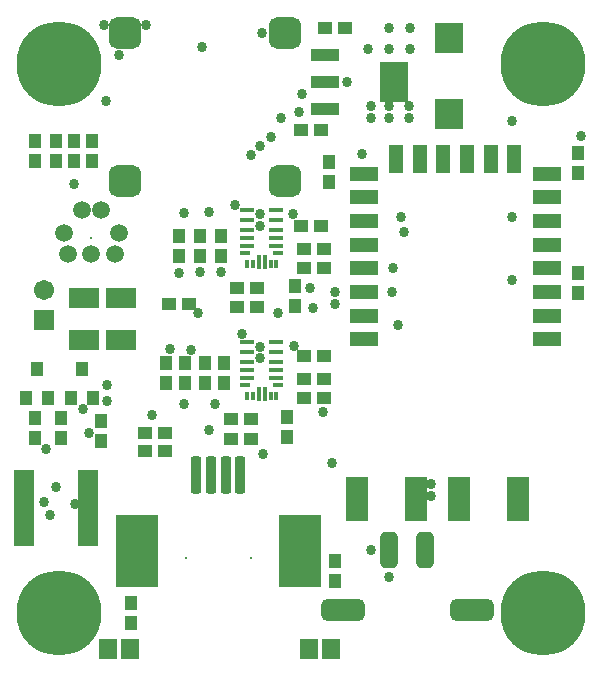
<source format=gts>
G04 Layer_Color=8388736*
%FSLAX25Y25*%
%MOIN*%
G70*
G01*
G75*
%ADD60R,0.14186X0.24422*%
G04:AMPARAMS|DCode=61|XSize=35.56mil|YSize=126.11mil|CornerRadius=10.89mil|HoleSize=0mil|Usage=FLASHONLY|Rotation=0.000|XOffset=0mil|YOffset=0mil|HoleType=Round|Shape=RoundedRectangle|*
%AMROUNDEDRECTD61*
21,1,0.03556,0.10433,0,0,0.0*
21,1,0.01378,0.12611,0,0,0.0*
1,1,0.02178,0.00689,-0.05216*
1,1,0.02178,-0.00689,-0.05216*
1,1,0.02178,-0.00689,0.05216*
1,1,0.02178,0.00689,0.05216*
%
%ADD61ROUNDEDRECTD61*%
%ADD62R,0.09461X0.10249*%
%ADD63R,0.04488X0.04882*%
%ADD64R,0.04882X0.04488*%
%ADD65R,0.07808X0.14579*%
%ADD66R,0.04343X0.04540*%
%ADD67R,0.04343X0.04540*%
%ADD68R,0.06509X0.02572*%
%ADD69R,0.09265X0.13398*%
%ADD70R,0.09265X0.04343*%
G04:AMPARAMS|DCode=71|XSize=145.79mil|YSize=72.96mil|CornerRadius=20.24mil|HoleSize=0mil|Usage=FLASHONLY|Rotation=0.000|XOffset=0mil|YOffset=0mil|HoleType=Round|Shape=RoundedRectangle|*
%AMROUNDEDRECTD71*
21,1,0.14579,0.03248,0,0,0.0*
21,1,0.10531,0.07296,0,0,0.0*
1,1,0.04048,0.05266,-0.01624*
1,1,0.04048,-0.05266,-0.01624*
1,1,0.04048,-0.05266,0.01624*
1,1,0.04048,0.05266,0.01624*
%
%ADD71ROUNDEDRECTD71*%
G04:AMPARAMS|DCode=72|XSize=58mil|YSize=122.96mil|CornerRadius=16.5mil|HoleSize=0mil|Usage=FLASHONLY|Rotation=0.000|XOffset=0mil|YOffset=0mil|HoleType=Round|Shape=RoundedRectangle|*
%AMROUNDEDRECTD72*
21,1,0.05800,0.08996,0,0,0.0*
21,1,0.02500,0.12296,0,0,0.0*
1,1,0.03300,0.01250,-0.04498*
1,1,0.03300,-0.01250,-0.04498*
1,1,0.03300,-0.01250,0.04498*
1,1,0.03300,0.01250,0.04498*
%
%ADD72ROUNDEDRECTD72*%
%ADD73R,0.04737X0.09658*%
%ADD74R,0.09658X0.04737*%
G04:AMPARAMS|DCode=75|XSize=106.42mil|YSize=106.42mil|CornerRadius=28.61mil|HoleSize=0mil|Usage=FLASHONLY|Rotation=90.000|XOffset=0mil|YOffset=0mil|HoleType=Round|Shape=RoundedRectangle|*
%AMROUNDEDRECTD75*
21,1,0.10642,0.04921,0,0,90.0*
21,1,0.04921,0.10642,0,0,90.0*
1,1,0.05721,0.02461,0.02461*
1,1,0.05721,0.02461,-0.02461*
1,1,0.05721,-0.02461,-0.02461*
1,1,0.05721,-0.02461,0.02461*
%
%ADD75ROUNDEDRECTD75*%
%ADD76R,0.01184X0.02956*%
%ADD77R,0.01184X0.04531*%
%ADD78R,0.04531X0.01184*%
%ADD79R,0.03350X0.01184*%
%ADD80R,0.05918X0.06706*%
%ADD81R,0.10446X0.06902*%
%ADD82C,0.00800*%
%ADD83C,0.05918*%
%ADD84C,0.28359*%
%ADD85R,0.06706X0.06706*%
%ADD86C,0.06706*%
%ADD87C,0.03400*%
D60*
X80244Y-162306D02*
D03*
X25756D02*
D03*
D61*
X50559Y-137031D02*
D03*
X55441D02*
D03*
X60362D02*
D03*
X45638D02*
D03*
D62*
X130000Y8598D02*
D03*
Y-16598D02*
D03*
D63*
X14000Y-119153D02*
D03*
Y-125847D02*
D03*
X53970Y-63923D02*
D03*
Y-57230D02*
D03*
X46970Y-63923D02*
D03*
Y-57230D02*
D03*
X39970Y-63923D02*
D03*
Y-57230D02*
D03*
X54981Y-106372D02*
D03*
Y-99679D02*
D03*
X48482Y-106372D02*
D03*
Y-99679D02*
D03*
X41982Y-106372D02*
D03*
Y-99679D02*
D03*
X35482Y-106372D02*
D03*
Y-99679D02*
D03*
X500Y-124846D02*
D03*
Y-118154D02*
D03*
X-8000Y-124846D02*
D03*
Y-118154D02*
D03*
X11000Y-25654D02*
D03*
Y-32346D02*
D03*
X5000Y-32346D02*
D03*
Y-25653D02*
D03*
X78500Y-80847D02*
D03*
Y-74154D02*
D03*
X76000Y-124346D02*
D03*
Y-117654D02*
D03*
X-1000Y-32346D02*
D03*
Y-25654D02*
D03*
X-8000Y-32346D02*
D03*
Y-25654D02*
D03*
X90000Y-32654D02*
D03*
Y-39347D02*
D03*
X173000Y-69653D02*
D03*
Y-76346D02*
D03*
Y-29654D02*
D03*
Y-36347D02*
D03*
X24000Y-186346D02*
D03*
Y-179654D02*
D03*
X92000Y-172346D02*
D03*
Y-165654D02*
D03*
D64*
X95346Y12000D02*
D03*
X88653D02*
D03*
X59123Y-74576D02*
D03*
X65816D02*
D03*
X59123Y-81077D02*
D03*
X65816D02*
D03*
X81623Y-61677D02*
D03*
X88316D02*
D03*
X57135Y-118526D02*
D03*
X63828D02*
D03*
X57135Y-125026D02*
D03*
X63828D02*
D03*
X81635Y-111526D02*
D03*
X88328D02*
D03*
X35346Y-123000D02*
D03*
X28653D02*
D03*
X35346Y-129000D02*
D03*
X28653D02*
D03*
X81623Y-68177D02*
D03*
X88316D02*
D03*
X80654Y-54000D02*
D03*
X87347D02*
D03*
X81635Y-105026D02*
D03*
X88328D02*
D03*
X81635Y-97526D02*
D03*
X88328D02*
D03*
X87297Y-22000D02*
D03*
X80604D02*
D03*
X36654Y-80000D02*
D03*
X43347D02*
D03*
D65*
X133158Y-145000D02*
D03*
X152842D02*
D03*
X99158D02*
D03*
X118842D02*
D03*
D66*
X7500Y-101579D02*
D03*
X3760Y-111421D02*
D03*
X-11240D02*
D03*
X-7500Y-101579D02*
D03*
D67*
X11240Y-111421D02*
D03*
X-3760D02*
D03*
D68*
X9728Y-159250D02*
D03*
Y-156750D02*
D03*
Y-154250D02*
D03*
Y-151750D02*
D03*
Y-149250D02*
D03*
Y-146750D02*
D03*
Y-144250D02*
D03*
Y-141750D02*
D03*
Y-139250D02*
D03*
Y-136750D02*
D03*
X-11728Y-159250D02*
D03*
Y-156750D02*
D03*
Y-154250D02*
D03*
Y-151750D02*
D03*
Y-149250D02*
D03*
Y-146750D02*
D03*
Y-144250D02*
D03*
Y-141750D02*
D03*
Y-139250D02*
D03*
Y-136750D02*
D03*
D69*
X111516Y-6000D02*
D03*
D70*
X88484Y-15055D02*
D03*
Y-6000D02*
D03*
Y3055D02*
D03*
D71*
X137559Y-182110D02*
D03*
X94646D02*
D03*
D72*
X121811Y-162031D02*
D03*
X110000D02*
D03*
D73*
X112315Y-31740D02*
D03*
X120189D02*
D03*
X128063D02*
D03*
X135937D02*
D03*
X143811D02*
D03*
X151685D02*
D03*
D74*
X162512Y-36661D02*
D03*
Y-44535D02*
D03*
Y-52409D02*
D03*
Y-60283D02*
D03*
Y-68158D02*
D03*
Y-76032D02*
D03*
Y-83906D02*
D03*
Y-91780D02*
D03*
X101488D02*
D03*
Y-83906D02*
D03*
Y-76032D02*
D03*
Y-68158D02*
D03*
Y-60283D02*
D03*
Y-52409D02*
D03*
Y-44535D02*
D03*
Y-36661D02*
D03*
D75*
X22000Y-39000D02*
D03*
X75150D02*
D03*
Y10213D02*
D03*
X22000D02*
D03*
D76*
X64517Y-66722D02*
D03*
X72391D02*
D03*
X62548D02*
D03*
X70422D02*
D03*
X64529Y-110671D02*
D03*
X72403D02*
D03*
X62560D02*
D03*
X70434D02*
D03*
D77*
X68454Y-65935D02*
D03*
X66485D02*
D03*
X68466Y-109884D02*
D03*
X66497D02*
D03*
D78*
X72391Y-60620D02*
D03*
Y-52155D02*
D03*
Y-58061D02*
D03*
Y-48809D02*
D03*
Y-55502D02*
D03*
X62548D02*
D03*
Y-48809D02*
D03*
Y-58061D02*
D03*
Y-52155D02*
D03*
Y-60620D02*
D03*
X72403Y-104569D02*
D03*
Y-96104D02*
D03*
Y-102010D02*
D03*
Y-92758D02*
D03*
Y-99451D02*
D03*
X62560D02*
D03*
Y-92758D02*
D03*
Y-102010D02*
D03*
Y-96104D02*
D03*
Y-104569D02*
D03*
D79*
X72981Y-63179D02*
D03*
X61958D02*
D03*
X72993Y-107128D02*
D03*
X61970D02*
D03*
D80*
X16260Y-195000D02*
D03*
X23740D02*
D03*
X83260D02*
D03*
X90740D02*
D03*
D81*
X20602Y-92000D02*
D03*
X8398D02*
D03*
X20602Y-78000D02*
D03*
X8398D02*
D03*
D82*
X10714Y-58001D02*
D03*
X63827Y-164590D02*
D03*
X42173D02*
D03*
D83*
X2840Y-63512D02*
D03*
X10714D02*
D03*
X18588D02*
D03*
X1659Y-56426D02*
D03*
X19770D02*
D03*
X7565Y-48552D02*
D03*
X13864D02*
D03*
D84*
X0Y-182931D02*
D03*
X161277Y-182931D02*
D03*
Y0D02*
D03*
X0Y0D02*
D03*
D85*
X-5000Y-85500D02*
D03*
D86*
Y-75500D02*
D03*
D87*
X70500Y-24500D02*
D03*
X63769Y-30500D02*
D03*
X84500Y-81500D02*
D03*
X73000Y-83000D02*
D03*
X5000Y-40000D02*
D03*
X5250Y-146750D02*
D03*
X-3000Y-150500D02*
D03*
X41500Y-113500D02*
D03*
X49981Y-122026D02*
D03*
X52000Y-113500D02*
D03*
X61000Y-89926D02*
D03*
X44000Y-95500D02*
D03*
X37000Y-95000D02*
D03*
X66982Y-98026D02*
D03*
Y-94526D02*
D03*
X66970Y-50077D02*
D03*
Y-54076D02*
D03*
X54000Y-69500D02*
D03*
X47000D02*
D03*
X50000Y-49500D02*
D03*
X41469Y-49577D02*
D03*
X8000Y-115000D02*
D03*
X20000Y3000D02*
D03*
X29000Y13000D02*
D03*
X15000D02*
D03*
X78000Y-50000D02*
D03*
X96000Y-6000D02*
D03*
X104000Y-18173D02*
D03*
X110000D02*
D03*
X116732D02*
D03*
X110000Y12000D02*
D03*
X117000D02*
D03*
X103000Y5000D02*
D03*
X110000D02*
D03*
X117000D02*
D03*
X79950Y-16000D02*
D03*
X92000Y-80000D02*
D03*
X124000Y-140000D02*
D03*
Y-144000D02*
D03*
X92000Y-76000D02*
D03*
X101000Y-30000D02*
D03*
X78110Y-94000D02*
D03*
X110000Y-171000D02*
D03*
X103969Y-162031D02*
D03*
X67981Y-129982D02*
D03*
X39970Y-69577D02*
D03*
X174000Y-24000D02*
D03*
X111158Y-68158D02*
D03*
X111000Y-76000D02*
D03*
X83424Y-74576D02*
D03*
X113000Y-87000D02*
D03*
X91000Y-133000D02*
D03*
X88000Y-116000D02*
D03*
X-1000Y-141000D02*
D03*
X76000Y-172000D02*
D03*
Y-153000D02*
D03*
X85000D02*
D03*
Y-172000D02*
D03*
Y-163000D02*
D03*
X76000D02*
D03*
X21512D02*
D03*
X30512D02*
D03*
Y-172000D02*
D03*
Y-153000D02*
D03*
X21512D02*
D03*
Y-172000D02*
D03*
X90000Y-182000D02*
D03*
X94646Y-182110D02*
D03*
X99000Y-182000D02*
D03*
X133000D02*
D03*
X137559Y-182110D02*
D03*
X142000Y-182000D02*
D03*
X31000Y-117144D02*
D03*
X151000Y-72000D02*
D03*
X115000Y-56000D02*
D03*
X110000Y-14000D02*
D03*
X116732D02*
D03*
X104000D02*
D03*
X151000Y-19000D02*
D03*
X67000Y-27459D02*
D03*
X74000Y-18000D02*
D03*
X114000Y-51000D02*
D03*
X151000D02*
D03*
X16000Y-107000D02*
D03*
X81000Y-10000D02*
D03*
X58500Y-47000D02*
D03*
X10000Y-123000D02*
D03*
X15500Y-12500D02*
D03*
X16000Y-112500D02*
D03*
X-5000Y-146000D02*
D03*
X-4500Y-128500D02*
D03*
X46347Y-83000D02*
D03*
X67500Y10213D02*
D03*
X47500Y5500D02*
D03*
M02*

</source>
